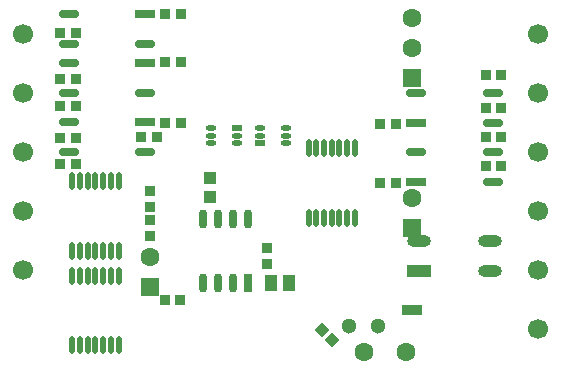
<source format=gbs>
G04*
G04 #@! TF.GenerationSoftware,Altium Limited,Altium Designer,21.5.1 (32)*
G04*
G04 Layer_Color=16711935*
%FSLAX44Y44*%
%MOMM*%
G71*
G04*
G04 #@! TF.SameCoordinates,DE706C4F-A6C2-482A-8352-4916370A565D*
G04*
G04*
G04 #@! TF.FilePolarity,Negative*
G04*
G01*
G75*
%ADD26R,1.0000X1.0500*%
%ADD29C,1.3000*%
%ADD30C,1.6000*%
%ADD31C,1.7000*%
%ADD32R,1.6000X1.6000*%
%ADD60O,0.5500X1.5000*%
%ADD61R,0.8500X0.9000*%
%ADD62R,0.8200X0.8200*%
%ADD63P,1.3435X4X270.0*%
%ADD64O,0.9000X0.5000*%
%ADD65R,0.9000X0.5000*%
%ADD66R,0.9000X0.8500*%
%ADD67R,1.0500X1.3500*%
%ADD68R,0.9500X0.9500*%
%ADD69O,0.7000X1.6000*%
%ADD70R,0.7000X1.6000*%
%ADD71R,2.0000X1.0000*%
%ADD72O,2.0000X1.0000*%
%ADD73O,1.7500X0.7000*%
%ADD74R,1.7500X0.7000*%
D26*
X167000Y141250D02*
D03*
Y156750D02*
D03*
D29*
X284500Y32000D02*
D03*
X309500D02*
D03*
D30*
X297500Y10000D02*
D03*
X332500D02*
D03*
X338000Y267000D02*
D03*
Y292400D02*
D03*
Y140000D02*
D03*
X116000Y90000D02*
D03*
D31*
X9000Y79000D02*
D03*
Y129000D02*
D03*
Y179000D02*
D03*
Y279000D02*
D03*
Y229000D02*
D03*
X445000D02*
D03*
Y279000D02*
D03*
Y179000D02*
D03*
Y129000D02*
D03*
Y79000D02*
D03*
Y29000D02*
D03*
D32*
X338000Y241600D02*
D03*
Y114600D02*
D03*
X116000Y64600D02*
D03*
D60*
X50500Y154500D02*
D03*
X57000D02*
D03*
X63500D02*
D03*
X70000D02*
D03*
X76500D02*
D03*
X83000D02*
D03*
X89500D02*
D03*
X50500Y95500D02*
D03*
X57000Y95500D02*
D03*
X63500Y95500D02*
D03*
X70000Y95500D02*
D03*
X76500Y95500D02*
D03*
X83000Y95500D02*
D03*
X89500Y95500D02*
D03*
X289500Y123500D02*
D03*
X283000D02*
D03*
X276500D02*
D03*
X270000D02*
D03*
X263500D02*
D03*
X257000D02*
D03*
X250500D02*
D03*
X289500Y182500D02*
D03*
X283000D02*
D03*
X276500D02*
D03*
X270000D02*
D03*
X263500D02*
D03*
X257000D02*
D03*
X250500D02*
D03*
X89500Y15500D02*
D03*
X83000D02*
D03*
X76500D02*
D03*
X70000D02*
D03*
X63500D02*
D03*
X57000D02*
D03*
X50500D02*
D03*
X89500Y74500D02*
D03*
X83000D02*
D03*
X76500D02*
D03*
X70000D02*
D03*
X63500D02*
D03*
X57000D02*
D03*
X50500D02*
D03*
D61*
X413750Y167000D02*
D03*
X400250D02*
D03*
Y192000D02*
D03*
X413750D02*
D03*
Y216000D02*
D03*
X400250D02*
D03*
Y244000D02*
D03*
X413750D02*
D03*
X121750Y192000D02*
D03*
X108250D02*
D03*
X53750Y191000D02*
D03*
X40250D02*
D03*
X53750Y241000D02*
D03*
X40250D02*
D03*
Y169000D02*
D03*
X53750D02*
D03*
X40250Y218000D02*
D03*
X53750D02*
D03*
X40250Y280000D02*
D03*
X53750D02*
D03*
X142750Y204000D02*
D03*
X129250D02*
D03*
X311250Y153000D02*
D03*
X324750D02*
D03*
X142750Y296000D02*
D03*
X129250D02*
D03*
X142750Y255000D02*
D03*
X129250D02*
D03*
X311250Y203000D02*
D03*
X324750D02*
D03*
D62*
X342500Y45000D02*
D03*
X333500D02*
D03*
D63*
X270419Y19581D02*
D03*
X261581Y28419D02*
D03*
D64*
X231000Y199500D02*
D03*
X231000Y193000D02*
D03*
X231000Y186500D02*
D03*
X209000Y199500D02*
D03*
X209000Y193000D02*
D03*
X168000Y186500D02*
D03*
Y193000D02*
D03*
Y199500D02*
D03*
X190000Y186500D02*
D03*
Y193000D02*
D03*
D65*
X209000Y186500D02*
D03*
X190000Y199500D02*
D03*
D66*
X116000Y145750D02*
D03*
Y132250D02*
D03*
Y121750D02*
D03*
Y108250D02*
D03*
X215000Y84250D02*
D03*
Y97750D02*
D03*
D67*
X233750Y68000D02*
D03*
X218250D02*
D03*
D68*
X141250Y54000D02*
D03*
X128750D02*
D03*
D69*
X160950Y122000D02*
D03*
X173650D02*
D03*
X186350D02*
D03*
X199050D02*
D03*
X160950Y68000D02*
D03*
X173650D02*
D03*
X186350D02*
D03*
D70*
X199050D02*
D03*
D71*
X344000Y78500D02*
D03*
D72*
Y103500D02*
D03*
X404000Y78500D02*
D03*
Y103500D02*
D03*
D73*
X47750Y270300D02*
D03*
Y295700D02*
D03*
X112250Y270300D02*
D03*
X406250Y178700D02*
D03*
Y153300D02*
D03*
X341750Y178700D02*
D03*
X47750Y179300D02*
D03*
Y204700D02*
D03*
X112250Y179300D02*
D03*
X47750Y229300D02*
D03*
Y254700D02*
D03*
X112250Y229300D02*
D03*
X406250Y228700D02*
D03*
Y203300D02*
D03*
X341750Y228700D02*
D03*
D74*
X112250Y295700D02*
D03*
X341750Y153300D02*
D03*
X112250Y204700D02*
D03*
Y254700D02*
D03*
X341750Y203300D02*
D03*
M02*

</source>
